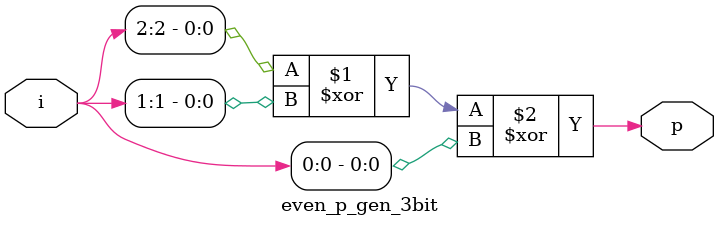
<source format=v>
`timescale 1ns / 1ps
module even_p_gen_3bit(p, i);
	input [2:0]i;
	output p;
	
	xor xor1(p, i[2], i[1], i[0]);
	


endmodule

</source>
